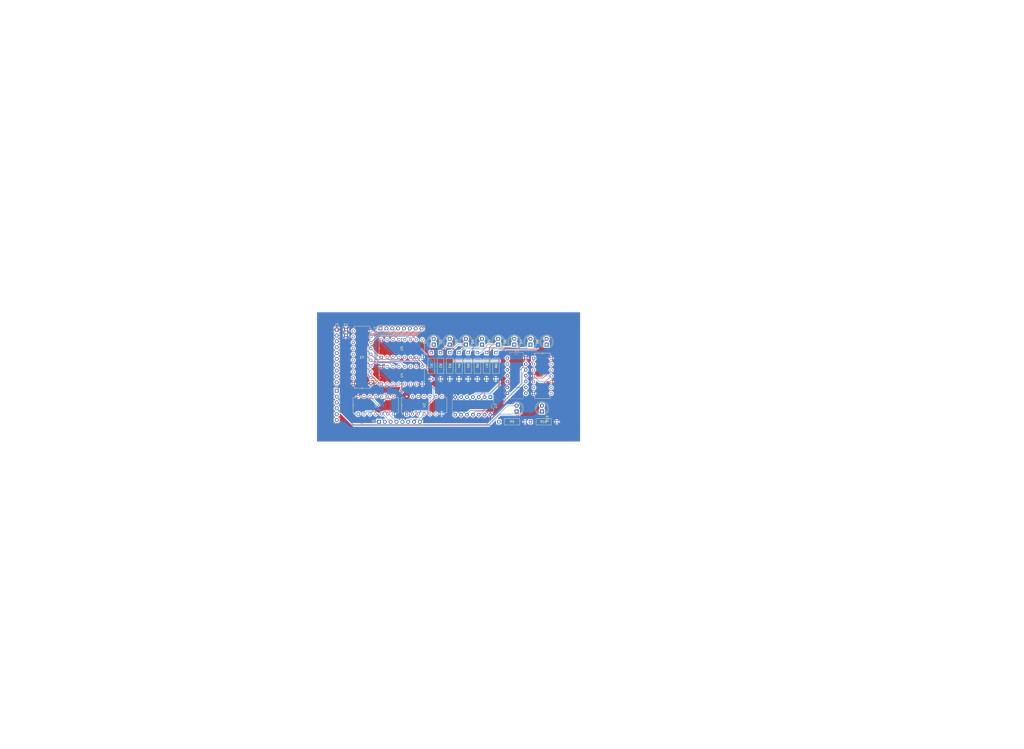
<source format=kicad_pcb>
(kicad_pcb (version 20240108) (generator "pcbnew") (generator_version "8.0")
  (layers (0 "F.Cu" signal) (31 "B.Cu" signal) (34 "B.Paste" user) (35 "F.Paste" user) (36 "B.SilkS" user "B.Silkscreen") (37 "F.SilkS" user "F.Silkscreen") (38 "B.Mask" user) (39 "F.Mask" user) (44 "Edge.Cuts" user))
  (net 0 "")
  (net 1 "GND")
  (net 2 "+5V")
  (net 3 "Net-(D1-K)")
  (net 4 "Net-(D2-K)")
  (net 5 "Net-(D3-K)")
  (net 6 "Net-(D4-K)")
  (net 7 "Net-(D5-K)")
  (net 8 "Net-(D6-K)")
  (net 9 "Net-(D7-K)")
  (net 10 "Net-(D8-K)")
  (net 11 "/Subtract")
  (net 12 "/A5")
  (net 13 "/A4")
  (net 14 "/A7")
  (net 15 "/A1")
  (net 16 "/A3")
  (net 17 "/A2")
  (net 18 "/A0")
  (net 19 "/A6")
  (net 20 "/B1")
  (net 21 "/B0")
  (net 22 "/B4")
  (net 23 "/B6")
  (net 24 "/B2")
  (net 25 "/B3")
  (net 26 "/B7")
  (net 27 "/B5")
  (net 28 "/XOR0")
  (net 29 "/XOR3")
  (net 30 "/XOR1")
  (net 31 "/XOR2")
  (net 32 "/XOR6")
  (net 33 "/XOR5")
  (net 34 "/XOR7")
  (net 35 "/XOR4")
  (net 36 "/S3")
  (net 37 "/S4")
  (net 38 "/S2")
  (net 39 "/S7")
  (net 40 "/S6")
  (net 41 "/S0")
  (net 42 "/S1")
  (net 43 "/S5")
  (net 44 "Net-(U4-COUT)")
  (net 45 "/CARRY")
  (net 46 "Net-(J4-Pin_8)")
  (net 47 "Net-(J4-Pin_4)")
  (net 48 "Net-(J4-Pin_5)")
  (net 49 "Net-(J4-Pin_7)")
  (net 50 "Net-(J4-Pin_6)")
  (net 51 "Net-(J4-Pin_3)")
  (net 52 "Net-(D9-K)")
  (net 53 "Net-(D10-K)")
  (net 54 "/ZERO")
  (net 55 "/~{WRITE}")
  (net 56 "/~{RST}")
  (net 57 "/CLK")
  (net 58 "Net-(J4-Pin_10)")
  (net 59 "Net-(J4-Pin_9)")
  (net 60 "/FlagsRegister/Carry")
  (net 61 "Net-(U6-2Y)")
  (net 63 "/FlagsRegister/all_zero")
  (net 64 "Net-(U6-3B)")
  (net 66 "Net-(U6-2A)")
  (net 70 "Net-(U6-4A)")
  (net 71 "Net-(U6-2B)")
  (net 72 "Net-(U6-4B)")
  (footprint "Capacitor_THT:C_Disc_D5.0mm_W2.5mm_P2.50mm" (layer "F.Cu") (at 84 90 -90)
    (property "Reference" "C1")
    (property "Value" "0.1uF")
  )
  (footprint "Connector_PinHeader_2.54mm:PinHeader_1x10_P2.54mm_Vertical" (layer "F.Cu") (at 80 90)
    (property "Reference" "J4")
    (property "Value" "Conn_01x10_Pin")
  )
  (footprint "Package_DIP:DIP-14_W7.62mm" (layer "F.Cu") (at 146.64 119.3 -90)
    (property "Reference" "U7")
    (property "Value" "~")
  )
  (footprint "_DownloadFootprints:CF_series_Resistors_THT" (layer "F.Cu") (at 129 100 -90)
    (property "Reference" "R3")
    (property "Value" "220")
  )
  (footprint "LED_THT:LED_D5.0mm" (layer "F.Cu") (at 157 96.54 90)
    (property "Reference" "D6")
    (property "Value" "LED")
  )
  (footprint "8BitCPUFootprints:4x_and" (layer "F.Cu") (at 158 110)
    (property "Reference" "U6")
    (property "Value" "~")
  )
  (footprint "_DownloadFootprints:2x_D_FF" (layer "F.Cu") (at 173 117.7)
    (property "Reference" "U8")
    (property "Value" "Dual D FF")
  )
  (footprint "_DownloadFootprints:4bit_full_adder" (layer "F.Cu") (at 117.08 106 90)
    (property "Reference" "U4")
    (property "Value" "CD74HCT283E")
  )
  (footprint "_DownloadFootprints:CF_series_Resistors_THT" (layer "F.Cu") (at 133 100 -90)
    (property "Reference" "R4")
    (property "Value" "220")
  )
  (footprint "_DownloadFootprints:4bit_full_adder" (layer "F.Cu") (at 117.08 94.38 90)
    (property "Reference" "U5")
    (property "Value" "CD74HCT283E")
  )
  (footprint "Connector_PinHeader_2.54mm:PinHeader_1x08_P2.54mm_Vertical" (layer "F.Cu") (at 99 89.5 90)
    (property "Reference" "J2")
    (property "Value" "Conn_01x08_Pin")
  )
  (footprint "_DownloadFootprints:CF_series_Resistors_THT" (layer "F.Cu") (at 145 100 -90)
    (property "Reference" "R7")
    (property "Value" "220")
  )
  (footprint "LED_THT:LED_D5.0mm" (layer "F.Cu") (at 136 96.54 90)
    (property "Reference" "D3")
    (property "Value" "LED")
  )
  (footprint "_DownloadFootprints:CF_series_Resistors_THT" (layer "F.Cu") (at 164 130)
    (property "Reference" "R10")
    (property "Value" "220")
  )
  (footprint "_DownloadFootprints:CF_series_Resistors_THT" (layer "F.Cu") (at 137 100 -90)
    (property "Reference" "R5")
    (property "Value" "220")
  )
  (footprint "_DownloadFootprints:CF_series_Resistors_THT" (layer "F.Cu") (at 125 100 -90)
    (property "Reference" "R2")
    (property "Value" "220")
  )
  (footprint "Connector_PinHeader_2.54mm:PinHeader_1x08_P2.54mm_Vertical" (layer "F.Cu") (at 98.3 130 90)
    (property "Reference" "J3")
    (property "Value" "Conn_01x08_Pin")
  )
  (footprint "LED_THT:LED_D5.0mm" (layer "F.Cu") (at 143 96.54 90)
    (property "Reference" "D4")
    (property "Value" "LED")
  )
  (footprint "_DownloadFootprints:CF_series_Resistors_THT" (layer "F.Cu") (at 149 100 -90)
    (property "Reference" "R8")
    (property "Value" "220")
  )
  (footprint "LED_THT:LED_D5.0mm" (layer "F.Cu") (at 129 96.54 90)
    (property "Reference" "D2")
    (property "Value" "LED")
  )
  (footprint "LED_THT:LED_D5.0mm" (layer "F.Cu") (at 158 125.54 90)
    (property "Reference" "D9")
    (property "Value" "LED")
  )
  (footprint "_DownloadFootprints:8x_tristate_transceiver" (layer "F.Cu") (at 87.19 90.57 180)
    (property "Reference" "U3")
    (property "Value" "SN74HCT245N")
  )
  (footprint "_DownloadFootprints:4x_xor" (layer "F.Cu") (at 125.54 119 90)
    (property "Reference" "U2")
    (property "Value" "SN74F86N")
  )
  (footprint "_DownloadFootprints:CF_series_Resistors_THT" (layer "F.Cu") (at 150.285 130)
    (property "Reference" "R9")
    (property "Value" "220")
  )
  (footprint "LED_THT:LED_D5.0mm" (layer "F.Cu") (at 171 96.54 90)
    (property "Reference" "D8")
    (property "Value" "LED")
  )
  (footprint "LED_THT:LED_D5.0mm" (layer "F.Cu") (at 122.0505 96.54 90)
    (property "Reference" "D1")
    (property "Value" "LED")
  )
  (footprint "_DownloadFootprints:CF_series_Resistors_THT" (layer "F.Cu") (at 141 100 -90)
    (property "Reference" "R6")
    (property "Value" "220")
  )
  (footprint "_DownloadFootprints:CF_series_Resistors_THT" (layer "F.Cu") (at 121 100 -90)
    (property "Reference" "R1")
    (property "Value" "220")
  )
  (footprint "LED_THT:LED_D5.0mm" (layer "F.Cu") (at 169 125.54 90)
    (property "Reference" "D10")
    (property "Value" "LED")
  )
  (footprint "_DownloadFootprints:4x_xor" (layer "F.Cu") (at 104.54 119 90)
    (property "Reference" "U1")
    (property "Value" "SN74F86N")
  )
  (footprint "LED_THT:LED_D5.0mm" (layer "F.Cu") (at 164 96.54 90)
    (property "Reference" "D7")
    (property "Value" "LED")
  )
  (footprint "Connector_PinHeader_2.54mm:PinHeader_1x06_P2.54mm_Vertical" (layer "F.Cu") (at 80 116.53)
    (property "Reference" "J1")
    (property "Value" "Conn_01x06_Pin")
  )
  (footprint "LED_THT:LED_D5.0mm" (layer "F.Cu") (at 150 96.54 90)
    (property "Reference" "D5")
    (property "Value" "LED")
  )
  (gr_rect (start 71 82) (end 186 139) (stroke (width 0.05)) (fill none) (layer "Edge.Cuts"))
  (segment (start 121 111.43) (end 125 111.43) (width 0.2) (layer "F.Cu") (net 1))
  (segment (start 99.3 106) (end 99.3 110.7) (width 0.2) (layer "F.Cu") (net 2))
  (segment (start 107.3 116) (end 106.3 115) (width 0.2) (layer "F.Cu") (net 2))
  (segment (start 96.68 97) (end 95.7523 97) (width 0.2) (layer "F.Cu") (net 2))
  (segment (start 99.3 110.7) (end 99 111) (width 0.2) (layer "F.Cu") (net 2))
  (segment (start 99.3 94.38) (end 96.68 97) (width 0.2) (layer "F.Cu") (net 2))
  (segment (start 96.38 115) (end 94.81 113.43) (width 0.2) (layer "F.Cu") (net 2))
  (segment (start 106.3 115) (end 96.38 115) (width 0.2) (layer "F.Cu") (net 2))
  (via (at 95.7523 97) (size 0.6) (drill 0.3) (layers "F.Cu" "B.Cu") (net 2))
  (via (at 99 111) (size 0.6) (drill 0.3) (layers "F.Cu" "B.Cu") (net 2))
  (via (at 107.3 116) (size 0.6) (drill 0.3) (layers "F.Cu" "B.Cu") (net 2))
  (segment (start 93.8623 97.797449) (end 93.8623 112.4823) (width 0.2) (layer "B.Cu") (net 2))
  (segment (start 165.38 110.08) (end 167.92 112.62) (width 0.2) (layer "B.Cu") (net 2))
  (segment (start 99 111) (end 96.57 113.43) (width 0.2) (layer "B.Cu") (net 2))
  (segment (start 95.7523 97) (end 94.659749 97) (width 0.2) (layer "B.Cu") (net 2))
  (segment (start 94.659749 97) (end 93.8623 97.797449) (width 0.2) (layer "B.Cu") (net 2))
  (segment (start 167.92 112.62) (end 173 112.62) (width 0.2) (layer "B.Cu") (net 2))
  (segment (start 107.3 116) (end 110.3 119) (width 0.2) (layer "B.Cu") (net 2))
  (segment (start 96.57 113.43) (end 94.81 113.43) (width 0.2) (layer "B.Cu") (net 2))
  (segment (start 93.8623 112.4823) (end 94.81 113.43) (width 0.2) (layer "B.Cu") (net 2))
  (segment (start 121 100) (end 121 99) (width 0.2) (layer "B.Cu") (net 3))
  (segment (start 121 99) (end 122.0505 97.9495) (width 0.2) (layer "B.Cu") (net 3))
  (segment (start 122.0505 97.9495) (end 122.0505 96.54) (width 0.2) (layer "B.Cu") (net 3))
  (segment (start 125 100) (end 128.46 96.54) (width 0.2) (layer "B.Cu") (net 4))
  (segment (start 128.46 96.54) (end 129 96.54) (width 0.2) (layer "B.Cu") (net 4))
  (segment (start 132.46 96.54) (end 136 96.54) (width 0.2) (layer "B.Cu") (net 5))
  (segment (start 129 100) (end 132.46 96.54) (width 0.2) (layer "B.Cu") (net 5))
  (segment (start 135 98) (end 141.54 98) (width 0.2) (layer "B.Cu") (net 6))
  (segment (start 133 100) (end 135 98) (width 0.2) (layer "B.Cu") (net 6))
  (segment (start 141.54 98) (end 143 96.54) (width 0.2) (layer "B.Cu") (net 6))
  (segment (start 145.399999 96.54) (end 150 96.54) (width 0.2) (layer "B.Cu") (net 7))
  (segment (start 143.539999 98.4) (end 145.399999 96.54) (width 0.2) (layer "B.Cu") (net 7))
  (segment (start 137 100) (end 138.6 98.4) (width 0.2) (layer "B.Cu") (net 7))
  (segment (start 138.6 98.4) (end 143.539999 98.4) (width 0.2) (layer "B.Cu") (net 7))
  (segment (start 142.505685 100) (end 144.765685 97.74) (width 0.2) (layer "B.Cu") (net 8))
  (segment (start 144.765685 97.74) (end 155.8 97.74) (width 0.2) (layer "B.Cu") (net 8))
  (segment (start 155.8 97.74) (end 157 96.54) (width 0.2) (layer "B.Cu") (net 8))
  (segment (start 141 100) (end 142.505685 100) (width 0.2) (layer "B.Cu") (net 8))
  (segment (start 145 100) (end 146.86 98.14) (width 0.2) (layer "B.Cu") (net 9))
  (segment (start 162.4 98.14) (end 164 96.54) (width 0.2) (layer "B.Cu") (net 9))
  (segment (start 146.86 98.14) (end 162.4 98.14) (width 0.2) (layer "B.Cu") (net 9))
  (segment (start 149 100) (end 150.46 98.54) (width 0.2) (layer "B.Cu") (net 10))
  (segment (start 150.46 98.54) (end 169 98.54) (width 0.2) (layer "B.Cu") (net 10))
  (segment (start 169 98.54) (end 171 96.54) (width 0.2) (layer "B.Cu") (net 10))
  (segment (start 112.84 119) (end 114 117.84) (width 0.2) (layer "F.Cu") (net 11))
  (segment (start 114 114.16) (end 114.54 113.62) (width 0.2) (layer "F.Cu") (net 11))
  (segment (start 92.7877 119.9477) (end 98.5123 119.9477) (width 0.2) (layer "F.Cu") (net 11))
  (segment (start 112.84 126.62) (end 112.84 119) (width 0.2) (layer "F.Cu") (net 11))
  (segment (start 89.84 121) (end 81.93 121) (width 0.2) (layer "F.Cu") (net 11))
  (segment (start 91.84 119) (end 92.7877 119.9477) (width 0.2) (layer "F.Cu") (net 11))
  (segment (start 99.46 126.62) (end 100.4077 125.6723) (width 0.2) (layer "F.Cu") (net 11))
  (segment (start 91.84 119) (end 89.84 121) (width 0.2) (layer "F.Cu") (net 11))
  (segment (start 100.4077 125.6723) (end 111.8923 125.6723) (width 0.2) (layer "F.Cu") (net 11))
  (segment (start 114 117.84) (end 114 114.16) (width 0.2) (layer "F.Cu") (net 11))
  (segment (start 91.84 126.62) (end 91.84 119) (width 0.2) (layer "F.Cu") (net 11))
  (segment (start 98.5123 119.9477) (end 99.46 119) (width 0.2) (layer "F.Cu") (net 11))
  (segment (start 111.8923 125.6723) (end 112.84 126.62) (width 0.2) (layer "F.Cu") (net 11))
  (segment (start 81.93 121) (end 80 119.07) (width 0.2) (layer "F.Cu") (net 11))
  (segment (start 92.7877 125.6723) (end 98.5123 125.6723) (width 0.2) (layer "B.Cu") (net 11))
  (segment (start 120.46 126.62) (end 120.46 119) (width 0.2) (layer "B.Cu") (net 11))
  (segment (start 91.84 126.62) (end 92.7877 125.6723) (width 0.2) (layer "B.Cu") (net 11))
  (segment (start 112.84 126.62) (end 113.7877 125.6723) (width 0.2) (layer "B.Cu") (net 11))
  (segment (start 98.5123 125.6723) (end 99.46 126.62) (width 0.2) (layer "B.Cu") (net 11))
  (segment (start 119.5123 125.6723) (end 120.46 126.62) (width 0.2) (layer "B.Cu") (net 11))
  (segment (start 113.7877 125.6723) (end 119.5123 125.6723) (width 0.2) (layer "B.Cu") (net 11))
  (segment (start 98.3523 94.772551) (end 104.38 100.800251) (width 0.2) (layer "B.Cu") (net 12))
  (segment (start 109.02 92.6) (end 98.899749 92.6) (width 0.2) (layer "B.Cu") (net 12))
  (segment (start 111.7 89.92) (end 109.02 92.6) (width 0.2) (layer "B.Cu") (net 12))
  (segment (start 111.7 89.5) (end 111.7 89.92) (width 0.2) (layer "B.Cu") (net 12))
  (segment (start 98.3523 93.147449) (end 98.3523 94.772551) (width 0.2) (layer "B.Cu") (net 12))
  (segment (start 104.38 100.800251) (end 104.38 102) (width 0.2) (layer "B.Cu") (net 12))
  (segment (start 98.899749 92.6) (end 98.3523 93.147449) (width 0.2) (layer "B.Cu") (net 12))
  (segment (start 97.9523 92.981763) (end 97.9523 94.938237) (width 0.2) (layer "B.Cu") (net 13))
  (segment (start 109.16 89.92) (end 106.88 92.2) (width 0.2) (layer "B.Cu") (net 13))
  (segment (start 106.88 92.2) (end 98.734063 92.2) (width 0.2) (layer "B.Cu") (net 13))
  (segment (start 103 99.985937) (end 103 101.960251) (width 0.2) (layer "B.Cu") (net 13))
  (segment (start 108.46 103) (end 109.46 102) (width 0.2) (layer "B.Cu") (net 13))
  (segment (start 109.16 89.5) (end 109.16 89.92) (width 0.2) (layer "B.Cu") (net 13))
  (segment (start 104.039749 103) (end 108.46 103) (width 0.2) (layer "B.Cu") (net 13))
  (segment (start 98.734063 92.2) (end 97.9523 92.981763) (width 0.2) (layer "B.Cu") (net 13))
  (segment (start 103 101.960251) (end 104.039749 103) (width 0.2) (layer "B.Cu") (net 13))
  (segment (start 97.9523 94.938237) (end 103 99.985937) (width 0.2) (layer "B.Cu") (net 13))
  (segment (start 116.78 89.92) (end 113.3 93.4) (width 0.2) (layer "B.Cu") (net 14))
  (segment (start 110.44 93.4) (end 109.46 94.38) (width 0.2) (layer "B.Cu") (net 14))
  (segment (start 116.78 89.5) (end 116.78 89.92) (width 0.2) (layer "B.Cu") (net 14))
  (segment (start 113.3 93.4) (end 110.44 93.4) (width 0.2) (layer "B.Cu") (net 14))
  (segment (start 100.04 91) (end 98.237005 91) (width 0.2) (layer "B.Cu") (net 15))
  (segment (start 96.7523 106.3723) (end 104 113.62) (width 0.2) (layer "B.Cu") (net 15))
  (segment (start 98.237005 91) (end 96.7523 92.484705) (width 0.2) (layer "B.Cu") (net 15))
  (segment (start 104 113.62) (end 104.38 113.62) (width 0.2) (layer "B.Cu") (net 15))
  (segment (start 101.54 89.5) (end 100.04 91) (width 0.2) (layer "B.Cu") (net 15))
  (segment (start 96.7523 92.484705) (end 96.7523 106.3723) (width 0.2) (layer "B.Cu") (net 15))
  (segment (start 98.568377 91.8) (end 97.5523 92.816077) (width 0.2) (layer "B.Cu") (net 16))
  (segment (start 107.46 104) (end 109.46 106) (width 0.2) (layer "B.Cu") (net 16))
  (segment (start 106.04 89.5) (end 103.74 91.8) (width 0.2) (layer "B.Cu") (net 16))
  (segment (start 98.5646 104) (end 107.46 104) (width 0.2) (layer "B.Cu") (net 16))
  (segment (start 97.5523 92.816077) (end 97.5523 102.9877) (width 0.2) (layer "B.Cu") (net 16))
  (segment (start 103.74 91.8) (end 98.568377 91.8) (width 0.2) (layer "B.Cu") (net 16))
  (segment (start 97.5523 102.9877) (end 98.5646 104) (width 0.2) (layer "B.Cu") (net 16))
  (segment (start 106.62 89.5) (end 106.04 89.5) (width 0.2) (layer "B.Cu") (net 16))
  (segment (start 97.1523 92.650391) (end 97.1523 103.153386) (width 0.2) (layer "B.Cu") (net 17))
  (segment (start 98.398914 104.4) (end 102.78 104.4) (width 0.2) (layer "B.Cu") (net 17))
  (segment (start 102.78 104.4) (end 104.38 106) (width 0.2) (layer "B.Cu") (net 17))
  (segment (start 101.6 91.4) (end 98.402691 91.4) (width 0.2) (layer "B.Cu") (net 17))
  (segment (start 104.08 89.5) (end 103.5 89.5) (width 0.2) (layer "B.Cu") (net 17))
  (segment (start 98.402691 91.4) (end 97.1523 92.650391) (width 0.2) (layer "B.Cu") (net 17))
  (segment (start 97.1523 103.153386) (end 98.398914 104.4) (width 0.2) (layer "B.Cu") (net 17))
  (segment (start 103.5 89.5) (end 101.6 91.4) (width 0.2) (layer "B.Cu") (net 17))
  (segment (start 98.42 89.5) (end 96.3523 91.5677) (width 0.2) (layer "B.Cu") (net 18))
  (segment (start 108.08 115) (end 109.46 113.62) (width 0.2) (layer "B.Cu") (net 18))
  (segment (start 104.039749 115) (end 108.08 115) (width 0.2) (layer "B.Cu") (net 18))
  (segment (start 99 89.5) (end 98.42 89.5) (width 0.2) (layer "B.Cu") (net 18))
  (segment (start 96.3523 106.537986) (end 103.0523 113.237986) (width 0.2) (layer "B.Cu") (net 18))
  (segment (start 96.3523 91.5677) (end 96.3523 106.537986) (width 0.2) (layer "B.Cu") (net 18))
  (segment (start 103.0523 114.012551) (end 104.039749 115) (width 0.2) (layer "B.Cu") (net 18))
  (segment (start 103.0523 113.237986) (end 103.0523 114.012551) (width 0.2) (layer "B.Cu") (net 18))
  (segment (start 114.24 89.76) (end 111 93) (width 0.2) (layer "B.Cu") (net 19))
  (segment (start 111 93) (end 105.76 93) (width 0.2) (layer "B.Cu") (net 19))
  (segment (start 114.24 89.5) (end 114.24 89.76) (width 0.2) (layer "B.Cu") (net 19))
  (segment (start 105.76 93) (end 104.38 94.38) (width 0.2) (layer "B.Cu") (net 19))
  (segment (start 100.84 130) (end 97.46 126.62) (width 0.2) (layer "F.Cu") (net 20))
  (segment (start 97.46 126.62) (end 96.92 126.62) (width 0.2) (layer "F.Cu") (net 20))
  (segment (start 98.3 130) (end 92.68 130) (width 0.2) (layer "F.Cu") (net 21))
  (segment (start 92.68 130) (end 89.3 126.62) (width 0.2) (layer "F.Cu") (net 21))
  (segment (start 108.46 130) (end 108.46 128.46) (width 0.2) (layer "F.Cu") (net 22))
  (segment (start 108.46 128.46) (end 110.3 126.62) (width 0.2) (layer "F.Cu") (net 22))
  (segment (start 114.39 119.99) (end 115.38 119) (width 0.2) (layer "F.Cu") (net 23))
  (segment (start 113.54 130) (end 114.39 129.15) (width 0.2) (layer "F.Cu") (net 23))
  (segment (start 114.39 129.15) (end 114.39 119.99) (width 0.2) (layer "F.Cu") (net 23))
  (segment (start 100.4077 125.0277) (end 94.38 119) (width 0.2) (layer "B.Cu") (net 24))
  (segment (start 103.38 130) (end 100.4077 127.0277) (width 0.2) (layer "B.Cu") (net 24))
  (segment (start 100.4077 127.0277) (end 100.4077 125.0277) (width 0.2) (layer "B.Cu") (net 24))
  (segment (start 103 120) (end 102 119) (width 0.2) (layer "B.Cu") (net 25))
  (segment (start 105.92 130) (end 103 127.08) (width 0.2) (layer "B.Cu") (net 25))
  (segment (start 103 127.08) (end 103 120) (width 0.2) (layer "B.Cu") (net 25))
  (segment (start 119.5123 122.4877) (end 123 119) (width 0.2) (layer "F.Cu") (net 26))
  (segment (start 119.5123 126.5677) (end 119.5123 122.4877) (width 0.2) (layer "F.Cu") (net 26))
  (segment (start 116.08 130) (end 119.5123 126.5677) (width 0.2) (layer "F.Cu") (net 26))
  (segment (start 112.15 128.85) (end 115.69 128.85) (width 0.2) (layer "B.Cu") (net 27))
  (segment (start 111 130) (end 112.15 128.85) (width 0.2) (layer "B.Cu") (net 27))
  (segment (start 115.69 128.85) (end 117.92 126.62) (width 0.2) (layer "B.Cu") (net 27))
  (segment (start 94.38 126.62) (end 101 120) (width 0.2) (layer "F.Cu") (net 28))
  (segment (start 105.62 120) (end 112 113.62) (width 0.2) (layer "F.Cu") (net 28))
  (segment (start 101 120) (end 105.62 120) (width 0.2) (layer "F.Cu") (net 28))
  (segment (start 104.54 119) (end 106 119) (width 0.2) (layer "F.Cu") (net 29))
  (segment (start 108.4 109.6) (end 112 106) (width 0.2) (layer "F.Cu") (net 29))
  (segment (start 108.4 116.6) (end 108.4 109.6) (width 0.2) (layer "F.Cu") (net 29))
  (segment (start 106 119) (end 108.4 116.6) (width 0.2) (layer "F.Cu") (net 29))
  (segment (start 101.0523 125.6723) (end 101.0523 114.4077) (width 0.2) (layer "B.Cu") (net 30))
  (segment (start 101.0523 114.4077) (end 101.84 113.62) (width 0.2) (layer "B.Cu") (net 30))
  (segment (start 102 126.62) (end 101.0523 125.6723) (width 0.2) (layer "B.Cu") (net 30))
  (segment (start 102.84 107) (end 101.84 106) (width 0.2) (layer "F.Cu") (net 31))
  (segment (start 108 116.434314) (end 108 108.279749) (width 0.2) (layer "F.Cu") (net 31))
  (segment (start 106.720251 107) (end 102.84 107) (width 0.2) (layer "F.Cu") (net 31))
  (segment (start 96.92 119) (end 97.92 118) (width 0.2) (layer "F.Cu") (net 31))
  (segment (start 97.92 118) (end 106.434314 118) (width 0.2) (layer "F.Cu") (net 31))
  (segment (start 108 108.279749) (end 106.720251 107) (width 0.2) (layer "F.Cu") (net 31))
  (segment (start 106.434314 118) (end 108 116.434314) (width 0.2) (layer "F.Cu") (net 31))
  (segment (start 117.92 116.354314) (end 116 114.434314) (width 0.2) (layer "F.Cu") (net 32))
  (segment (start 107.3277 95.3277) (end 102.7877 95.3277) (width 0.2) (layer "F.Cu") (net 32))
  (segment (start 116 104.800251) (end 113.5923 102.392551) (width 0.2) (layer "F.Cu") (net 32))
  (segment (start 117.92 119) (end 117.92 116.354314) (width 0.2) (layer "F.Cu") (net 32))
  (segment (start 113.5923 101.5923) (end 107.3277 95.3277) (width 0.2) (layer "F.Cu") (net 32))
  (segment (start 116 114.434314) (end 116 104.800251) (width 0.2) (layer "F.Cu") (net 32))
  (segment (start 102.7877 95.3277) (end 101.84 94.38) (width 0.2) (layer "F.Cu") (net 32))
  (segment (start 113.5923 102.392551) (end 113.5923 101.5923) (width 0.2) (layer "F.Cu") (net 32))
  (segment (start 122 125.62) (end 122 109.579749) (width 0.2) (layer "B.Cu") (net 33))
  (segment (start 103.24 103.4) (end 101.84 102) (width 0.2) (layer "B.Cu") (net 33))
  (segment (start 115.820251 103.4) (end 103.24 103.4) (width 0.2) (layer "B.Cu") (net 33))
  (segment (start 122 109.579749) (end 115.820251 103.4) (width 0.2) (layer "B.Cu") (net 33))
  (segment (start 123 126.62) (end 122 125.62) (width 0.2) (layer "B.Cu") (net 33))
  (segment (start 125.54 119) (end 119 112.46) (width 0.2) (layer "F.Cu") (net 34))
  (segment (start 119 101.38) (end 112 94.38) (width 0.2) (layer "F.Cu") (net 34))
  (segment (start 119 112.46) (end 119 101.38) (width 0.2) (layer "F.Cu") (net 34))
  (segment (start 115.6 114.6) (end 115.6 105.6) (width 0.2) (layer "F.Cu") (net 35))
  (segment (start 116.3277 115.3277) (end 115.6 114.6) (width 0.2) (layer "F.Cu") (net 35))
  (segment (start 115.6 105.6) (end 112 102) (width 0.2) (layer "F.Cu") (net 35))
  (segment (start 116.3277 125.6723) (end 116.3277 115.3277) (width 0.2) (layer "F.Cu") (net 35))
  (segment (start 115.38 126.62) (end 116.3277 125.6723) (width 0.2) (layer "F.Cu") (net 35))
  (segment (start 95.368237 89.2223) (end 97.108237 90.9623) (width 0.2) (layer "F.Cu") (net 36))
  (segment (start 112.4577 103.9177) (end 114.54 106) (width 0.2) (layer "F.Cu") (net 36))
  (segment (start 146.9623 90.9623) (end 150 94) (width 0.2) (layer "F.Cu") (net 36))
  (segment (start 97.108237 90.9623) (end 146.9623 90.9623) (width 0.2) (layer "F.Cu") (net 36))
  (segment (start 92.6623 101.1223) (end 92.6623 90.811764) (width 0.2) (layer "F.Cu") (net 36))
  (segment (start 94.251764 89.2223) (end 95.368237 89.2223) (width 0.2) (layer "F.Cu") (net 36))
  (segment (start 150 94) (end 146.14 97.86) (width 0.2) (layer "F.Cu") (net 36))
  (segment (start 92.6623 90.811764) (end 94.251764 89.2223) (width 0.2) (layer "F.Cu") (net 36))
  (segment (start 146.14 97.86) (end 146.14 114.4) (width 0.2) (layer "F.Cu") (net 36))
  (segment (start 95.4577 103.9177) (end 112.4577 103.9177) (width 0.2) (layer "F.Cu") (net 36))
  (segment (start 94.81 103.27) (end 92.6623 101.1223) (width 0.2) (layer "F.Cu") (net 36))
  (segment (start 94.81 103.27) (end 95.4577 103.9177) (width 0.2) (layer "F.Cu") (net 36))
  (segment (start 146.14 114.4) (end 141.54 119) (width 0.2) (layer "F.Cu") (net 36))
  (segment (start 96.942551 91.3623) (end 140.3623 91.3623) (width 0.2) (layer "F.Cu") (net 37))
  (segment (start 93.0623 98.9823) (end 93.0623 90.977449) (width 0.2) (layer "F.Cu") (net 37))
  (segment (start 140.3623 91.3623) (end 143 94) (width 0.2) (layer "F.Cu") (net 37))
  (segment (start 105.9723 102.9477) (end 106.92 102) (width 0.2) (layer "F.Cu") (net 37))
  (segment (start 94.81 100.73) (end 97.0277 102.9477) (width 0.2) (layer "F.Cu") (net 37))
  (segment (start 95.202551 89.6223) (end 96.942551 91.3623) (width 0.2) (layer "F.Cu") (net 37))
  (segment (start 143 94) (end 139 98) (width 0.2) (layer "F.Cu") (net 37))
  (segment (start 94.417449 89.6223) (end 95.202551 89.6223) (width 0.2) (layer "F.Cu") (net 37))
  (segment (start 97.0277 102.9477) (end 105.9723 102.9477) (width 0.2) (layer "F.Cu") (net 37))
  (segment (start 139 98) (end 139 116.46) (width 0.2) (layer "F.Cu") (net 37))
  (segment (start 94.019875 90.019875) (end 94.417449 89.6223) (width 0.2) (layer "F.Cu") (net 37))
  (segment (start 139 116.46) (end 136.46 119) (width 0.2) (layer "F.Cu") (net 37))
  (segment (start 94.81 100.73) (end 93.0623 98.9823) (width 0.2) (layer "F.Cu") (net 37))
  (segment (start 93.0623 90.977449) (end 94.019875 90.019875) (width 0.2) (layer "F.Cu") (net 37))
  (segment (start 144.08 117.025686) (end 144.08 119) (width 0.2) (layer "F.Cu") (net 38))
  (segment (start 94.81 105.81) (end 96.22 104.4) (width 0.2) (layer "F.Cu") (net 38))
  (segment (start 146.54 114.565686) (end 144.08 117.025686) (width 0.2) (layer "F.Cu") (net 38))
  (segment (start 117.256346 88.35) (end 119.468646 90.5623) (width 0.2) (layer "F.Cu") (net 38))
  (segment (start 153.5623 90.5623) (end 157 94) (width 0.2) (layer "F.Cu") (net 38))
  (segment (start 105.32 104.4) (end 106.92 106) (width 0.2) (layer "F.Cu") (net 38))
  (segment (start 155 94) (end 151.26 97.74) (width 0.2) (layer "F.Cu") (net 38))
  (segment (start 157 94) (end 155 94) (width 0.2) (layer "F.Cu") (net 38))
  (segment (start 151.26 97.74) (end 148.26 97.74) (width 0.2) (layer "F.Cu") (net 38))
  (segment (start 119.468646 90.5623) (end 153.5623 90.5623) (width 0.2) (layer "F.Cu") (net 38))
  (segment (start 146.54 99.46) (end 146.54 114.565686) (width 0.2) (layer "F.Cu") (net 38))
  (segment (start 94.558378 88.35) (end 117.256346 88.35) (width 0.2) (layer "F.Cu") (net 38))
  (segment (start 96.22 104.4) (end 105.32 104.4) (width 0.2) (layer "F.Cu") (net 38))
  (segment (start 94.81 105.81) (end 92.2623 103.2623) (width 0.2) (layer "F.Cu") (net 38))
  (segment (start 92.2623 90.646078) (end 94.558378 88.35) (width 0.2) (layer "F.Cu") (net 38))
  (segment (start 148.26 97.74) (end 146.54 99.46) (width 0.2) (layer "F.Cu") (net 38))
  (segment (start 92.2623 103.2623) (end 92.2623 90.646078) (width 0.2) (layer "F.Cu") (net 38))
  (segment (start 113.08 92.92) (end 114.54 94.38) (width 0.2) (layer "F.Cu") (net 39))
  (segment (start 131.38 126.62) (end 130.28 125.52) (width 0.2) (layer "F.Cu") (net 39))
  (segment (start 129.894314 98) (end 126.0505 98) (width 0.2) (layer "F.Cu") (net 39))
  (segment (start 112.76 92.6) (end 120.6505 92.6) (width 0.2) (layer "F.Cu") (net 39))
  (segment (start 95.32 92.6) (end 112.76 92.6) (width 0.2) (layer "F.Cu") (net 39))
  (segment (start 120.6505 92.6) (end 122.0505 94) (width 0.2) (layer "F.Cu") (net 39))
  (segment (start 126.0505 98) (end 122.0505 94) (width 0.2) (layer "F.Cu") (net 39))
  (segment (start 130.28 118.52) (end 131.2 117.6) (width 0.2) (layer "F.Cu") (net 39))
  (segment (start 94.81 93.11) (end 95.32 92.6) (width 0.2) (layer "F.Cu") (net 39))
  (segment (start 131.2 99.305686) (end 129.894314 98) (width 0.2) (layer "F.Cu") (net 39))
  (segment (start 131.2 117.6) (end 131.2 99.305686) (width 0.2) (layer "F.Cu") (net 39))
  (segment (start 130.28 125.52) (end 130.28 118.52) (width 0.2) (layer "F.Cu") (net 39))
  (segment (start 112.76 92.6) (end 113.08 92.92) (width 0.2) (layer "F.Cu") (net 39))
  (segment (start 131.6 99.14) (end 131.6 117.6) (width 0.2) (layer "F.Cu") (net 40))
  (segment (start 132.6 125.3) (end 133.92 126.62) (width 0.2) (layer "F.Cu") (net 40))
  (segment (start 131.6 117.6) (end 132.6 118.6) (width 0.2) (layer "F.Cu") (net 40))
  (segment (start 97.46 93) (end 105.54 93) (width 0.2) (layer "F.Cu") (net 40))
  (segment (start 93.8623 94.7023) (end 93.8623 92.717449) (width 0.2) (layer "F.Cu") (net 40))
  (segment (start 127.1623 92.1623) (end 129 94) (width 0.2) (layer "F.Cu") (net 40))
  (segment (start 94.81 95.65) (end 97.46 93) (width 0.2) (layer "F.Cu") (net 40))
  (segment (start 130.2 97.74) (end 131.6 99.14) (width 0.2) (layer "F.Cu") (net 40))
  (segment (start 132.6 118.6) (end 132.6 125.3) (width 0.2) (layer "F.Cu") (net 40))
  (segment (start 105.54 93) (end 106.92 94.38) (width 0.2) (layer "F.Cu") (net 40))
  (segment (start 129 94) (end 130.2 95.2) (width 0.2) (layer "F.Cu") (net 40))
  (segment (start 97.46 93) (end 94.809999 95.65) (width 0.2) (layer "F.Cu") (net 40))
  (segment (start 93.8623 92.717449) (end 94.417449 92.1623) (width 0.2) (layer "F.Cu") (net 40))
  (segment (start 94.417449 92.1623) (end 127.1623 92.1623) (width 0.2) (layer "F.Cu") (net 40))
  (segment (start 130.2 95.2) (end 130.2 97.74) (width 0.2) (layer "F.Cu") (net 40))
  (segment (start 94.809999 95.65) (end 93.8623 94.7023) (width 0.2) (layer "F.Cu") (net 40))
  (segment (start 153.165686 98.4) (end 150.6 100.965686) (width 0.2) (layer "F.Cu") (net 41))
  (segment (start 94.227006 87.55) (end 164.55 87.55) (width 0.2) (layer "F.Cu") (net 41))
  (segment (start 105.9723 114.5677) (end 106.92 113.62) (width 0.2) (layer "F.Cu") (net 41))
  (segment (start 97 112.265686) (end 97 113.5954) (width 0.2) (layer "F.Cu") (net 41))
  (segment (start 150.6 100.965686) (end 150.6 118.5) (width 0.2) (layer "F.Cu") (net 41))
  (segment (start 94.81 110.89) (end 95.624314 110.89) (width 0.2) (layer "F.Cu") (net 41))
  (segment (start 95.624314 110.89) (end 97 112.265686) (width 0.2) (layer "F.Cu") (net 41))
  (segment (start 91.4623 107.5423) (end 91.4623 90.314706) (width 0.2) (layer "F.Cu") (net 41))
  (segment (start 171 94) (end 166.6 98.4) (width 0.2) (layer "F.Cu") (net 41))
  (segment (start 150.6 118.5) (end 142.48 126.62) (width 0.2) (layer "F.Cu") (net 41))
  (segment (start 94.81 110.89) (end 91.4623 107.5423) (width 0.2) (layer "F.Cu") (net 41))
  (segment (start 166.6 98.4) (end 153.165686 98.4) (width 0.2) (layer "F.Cu") (net 41))
  (segment (start 164.55 87.55) (end 171 94) (width 0.2) (layer "F.Cu") (net 41))
  (segment (start 142.48 126.62) (end 141.54 126.62) (width 0.2) (layer "F.Cu") (net 41))
  (segment (start 97 113.5954) (end 97.9723 114.5677) (width 0.2) (layer "F.Cu") (net 41))
  (segment (start 91.4623 90.314706) (end 94.227006 87.55) (width 0.2) (layer "F.Cu") (net 41))
  (segment (start 97.9723 114.5677) (end 105.9723 114.5677) (width 0.2) (layer "F.Cu") (net 41))
  (segment (start 153 98) (end 150.2 100.8) (width 0.2) (layer "F.Cu") (net 42))
  (segment (start 164 94) (end 163 94) (width 0.2) (layer "F.Cu") (net 42))
  (segment (start 160.1623 90.1623) (end 164 94) (width 0.2) (layer "F.Cu") (net 42))
  (segment (start 117.422032 87.95) (end 119.634332 90.1623) (width 0.2) (layer "F.Cu") (net 42))
  (segment (start 119.634332 90.1623) (end 160.1623 90.1623) (width 0.2) (layer "F.Cu") (net 42))
  (segment (start 91.8623 90.480392) (end 94.392692 87.95) (width 0.2) (layer "F.Cu") (net 42))
  (segment (start 94.392692 87.95) (end 117.422032 87.95) (width 0.2) (layer "F.Cu") (net 42))
  (segment (start 143.134314 125.4) (end 140.22 125.4) (width 0.2) (layer "F.Cu") (net 42))
  (segment (start 94.81 109.51) (end 98.92 113.62) (width 0.2) (layer "F.Cu") (net 42))
  (segment (start 163 94) (end 159 98) (width 0.2) (layer "F.Cu") (net 42))
  (segment (start 159 98) (end 153 98) (width 0.2) (layer "F.Cu") (net 42))
  (segment (start 94.81 108.35) (end 91.8623 105.4023) (width 0.2) (layer "F.Cu") (net 42))
  (segment (start 91.8623 105.4023) (end 91.8623 90.480392) (width 0.2) (layer "F.Cu") (net 42))
  (segment (start 94.81 108.35) (end 94.81 109.51) (width 0.2) (layer "F.Cu") (net 42))
  (segment (start 140.22 125.4) (end 139 126.62) (width 0.2) (layer "F.Cu") (net 42))
  (segment (start 150.2 100.8) (end 150.2 118.334314) (width 0.2) (layer "F.Cu") (net 42))
  (segment (start 150.2 118.334314) (end 143.134314 125.4) (width 0.2) (layer "F.Cu") (net 42))
  (segment (start 93.4623 92.4) (end 94.1 91.7623) (width 0.2) (layer "F.Cu") (net 43))
  (segment (start 94.1 91.7623) (end 133.7623 91.7623) (width 0.2) (layer "F.Cu") (net 43))
  (segment (start 93.4623 96.8423) (end 93.4623 92.4) (width 0.2) (layer "F.Cu") (net 43))
  (segment (start 134.7 118.22) (end 133.92 119) (width 0.2) (layer "F.Cu") (net 43))
  (segment (start 133.7623 91.7623) (end 136 94) (width 0.2) (layer "F.Cu") (net 43))
  (segment (start 94.81 98.19) (end 98.62 102) (width 0.2) (layer "F.Cu") (net 43))
  (segment (start 94.81 98.19) (end 93.4623 96.8423) (width 0.2) (layer "F.Cu") (net 43))
  (segment (start 134.7 95.3) (end 134.7 118.22) (width 0.2) (layer "F.Cu") (net 43))
  (segment (start 98.62 102) (end 99.3 102) (width 0.2) (layer "F.Cu") (net 43))
  (segment (start 136 94) (end 134.7 95.3) (width 0.2) (layer "F.Cu") (net 43))
  (segment (start 117.08 106) (end 117.08 104.54) (width 0.2) (layer "F.Cu") (net 44))
  (segment (start 117.08 104.54) (end 114.54 102) (width 0.2) (layer "F.Cu") (net 44))
  (segment (start 158 123) (end 158.739749 123) (width 0.2) (layer "F.Cu") (net 45))
  (segment (start 158.739749 123) (end 164.4323 117.307449) (width 0.2) (layer "F.Cu") (net 45))
  (segment (start 164.4323 117.307449) (end 164.4323 113.5677) (width 0.2) (layer "F.Cu") (net 45))
  (segment (start 164.4323 113.5677) (end 165.38 112.62) (width 0.2) (layer "F.Cu") (net 45))
  (segment (start 86.15 131.15) (end 81.69 126.69) (width 0.2) (layer "B.Cu") (net 45))
  (segment (start 154 123) (end 145.85 131.15) (width 0.2) (layer "B.Cu") (net 45))
  (segment (start 158 123) (end 154 123) (width 0.2) (layer "B.Cu") (net 45))
  (segment (start 145.85 131.15) (end 86.15 131.15) (width 0.2) (layer "B.Cu") (net 45))
  (segment (start 81.69 126.69) (end 80 126.69) (width 0.2) (layer "B.Cu") (net 45))
  (segment (start 82.68 107.78) (end 87.19 103.27) (width 0.2) (layer "F.Cu") (net 46))
  (segment (start 80 107.78) (end 82.68 107.78) (width 0.2) (layer "F.Cu") (net 46))
  (segment (start 82.68 97.62) (end 87.19 93.11) (width 0.2) (layer "F.Cu") (net 47))
  (segment (start 80 97.62) (end 82.68 97.62) (width 0.2) (layer "F.Cu") (net 47))
  (segment (start 82.68 100.16) (end 87.19 95.65) (width 0.2) (layer "F.Cu") (net 48))
  (segment (start 80 100.16) (end 82.68 100.16) (width 0.2) (layer "F.Cu") (net 48))
  (segment (start 82.68 105.24) (end 87.19 100.73) (width 0.2) (layer "F.Cu") (net 49))
  (segment (start 80 105.24) (end 82.68 105.24) (width 0.2) (layer "F.Cu") (net 49))
  (segment (start 80 102.7) (end 82.68 102.7) (width 0.2) (layer "F.Cu") (net 50))
  (segment (start 82.68 102.7) (end 87.19 98.19) (width 0.2) (layer "F.Cu") (net 50))
  (segment (start 82.975635 95.08) (end 87.19 90.865635) (width 0.2) (layer "F.Cu") (net 51))
  (segment (start 87.19 90.865635) (end 87.19 90.57) (width 0.2) (layer "F.Cu") (net 51))
  (segment (start 80 95.08) (end 82.975635 95.08) (width 0.2) (layer "F.Cu") (net 51))
  (segment (start 155.434314 130) (end 150.285 130) (width 0.2) (layer "F.Cu") (net 52))
  (segment (start 158 127.434314) (end 155.434314 130) (width 0.2) (layer "F.Cu") (net 52))
  (segment (start 158 125.54) (end 158 127.434314) (width 0.2) (layer "F.Cu") (net 52))
  (segment (start 168.46 125.54) (end 164 130) (width 0.2) (layer "F.Cu") (net 53))
  (segment (start 169 125.54) (end 168.46 125.54) (width 0.2) (layer "F.Cu") (net 53))
  (segment (start 169 117.565686) (end 171.405686 115.16) (width 0.2) (layer "F.Cu") (net 54))
  (segment (start 169 123) (end 169 117.565686) (width 0.2) (layer "F.Cu") (net 54))
  (segment (start 171.405686 115.16) (end 173 115.16) (width 0.2) (layer "F.Cu") (net 54))
  (segment (start 146.015686 131.55) (end 85.984314 131.55) (width 0.2) (layer "B.Cu") (net 54))
  (segment (start 165.26 126.74) (end 150.825686 126.74) (width 0.2) (layer "B.Cu") (net 54))
  (segment (start 169 123) (end 165.26 126.74) (width 0.2) (layer "B.Cu") (net 54))
  (segment (start 83.664314 129.23) (end 80 129.23) (width 0.2) (layer "B.Cu") (net 54))
  (segment (start 150.825686 126.74) (end 146.015686 131.55) (width 0.2) (layer "B.Cu") (net 54))
  (segment (start 85.984314 131.55) (end 83.664314 129.23) (width 0.2) (layer "B.Cu") (net 54))
  (segment (start 80 116.105686) (end 85.215686 110.89) (width 0.2) (layer "F.Cu") (net 55))
  (segment (start 85.215686 110.89) (end 87.19 110.89) (width 0.2) (layer "F.Cu") (net 55))
  (segment (start 80 116.53) (end 80 116.105686) (width 0.2) (layer "F.Cu") (net 55))
  (segment (start 152.938 114.640105) (end 152.938 123.062) (width 0.2) (layer "F.Cu") (net 56))
  (segment (start 154.044 114.018) (end 153.560105 114.018) (width 0.2) (layer "F.Cu") (net 56))
  (segment (start 152.938 123.062) (end 144.85 131.15) (width 0.2) (layer "F.Cu") (net 56))
  (segment (start 155.062 111.938) (end 155.062 113) (width 0.2) (layer "F.Cu") (net 56))
  (segment (start 165.38 103.3077) (end 162.2897 106.398) (width 0.2) (layer "F.Cu") (net 56))
  (segment (start 80.39 122) (end 80 121.61) (width 0.2) (layer "F.Cu") (net 56))
  (segment (start 165.38 102.46) (end 165.38 103.3077) (width 0.2) (layer "F.Cu") (net 56))
  (segment (start 144.85 131.15) (end 91.15 131.15) (width 0.2) (layer "F.Cu") (net 56))
  (segment (start 160.602 106.398) (end 155.062 111.938) (width 0.2) (layer "F.Cu") (net 56))
  (segment (start 170.46 102.46) (end 173 105) (width 0.2) (layer "F.Cu") (net 56))
  (segment (start 91.15 131.15) (end 82 122) (width 0.2) (layer "F.Cu") (net 56))
  (segment (start 153.560105 114.018) (end 152.938 114.640105) (width 0.2) (layer "F.Cu") (net 56))
  (segment (start 162.2897 106.398) (end 160.602 106.398) (width 0.2) (layer "F.Cu") (net 56))
  (segment (start 82 122) (end 80.39 122) (width 0.2) (layer "F.Cu") (net 56))
  (segment (start 155.062 113) (end 154.044 114.018) (width 0.2) (layer "F.Cu") (net 56))
  (segment (start 165.38 102.46) (end 170.46 102.46) (width 0.2) (layer "F.Cu") (net 56))
  (segment (start 170 116) (end 154.45 131.55) (width 0.2) (layer "F.Cu") (net 57))
  (segment (start 173 110.08) (end 170 113.08) (width 0.2) (layer "F.Cu") (net 57))
  (segment (start 154.45 131.55) (end 87.4 131.55) (width 0.2) (layer "F.Cu") (net 57))
  (segment (start 87.4 131.55) (end 80 124.15) (width 0.2) (layer "F.Cu") (net 57))
  (segment (start 170 113.08) (end 170 116) (width 0.2) (layer "F.Cu") (net 57))
  (segment (start 167.92 110.08) (end 165.38 107.54) (width 0.2) (layer "B.Cu") (net 57))
  (segment (start 173 110.08) (end 167.92 110.08) (width 0.2) (layer "B.Cu") (net 57))
  (segment (start 82.68 112.86) (end 87.19 108.35) (width 0.2) (layer "F.Cu") (net 58))
  (segment (start 80 112.86) (end 82.68 112.86) (width 0.2) (layer "F.Cu") (net 58))
  (segment (start 82.68 110.32) (end 87.19 105.81) (width 0.2) (layer "F.Cu") (net 59))
  (segment (start 80 110.32) (end 82.68 110.32) (width 0.2) (layer "F.Cu") (net 59))
  (segment (start 164 103.62) (end 165.38 105) (width 0.2) (layer "B.Cu") (net 60))
  (segment (start 117.08 94.38) (end 117.08 98.077) (width 0.2) (layer "B.Cu") (net 60))
  (segment (start 117.08 98.077) (end 122.623 103.62) (width 0.2) (layer "B.Cu") (net 60))
  (segment (start 122.623 103.62) (end 164 103.62) (width 0.2) (layer "B.Cu") (net 60))
  (segment (start 154 115.08) (end 162 115.08) (width 0.2) (layer "F.Cu") (net 61))
  (segment (start 164.0323 115.5877) (end 164.0323 112.627449) (width 0.2) (layer "F.Cu") (net 63))
  (segment (start 164.0323 112.627449) (end 165.632049 111.0277) (width 0.2) (layer "F.Cu") (net 63))
  (segment (start 169.5123 111.0277) (end 173 107.54) (width 0.2) (layer "F.Cu") (net 63))
  (segment (start 165.632049 111.0277) (end 169.5123 111.0277) (width 0.2) (layer "F.Cu") (net 63))
  (segment (start 162 117.62) (end 164.0323 115.5877) (width 0.2) (layer "F.Cu") (net 63))
  (segment (start 162 112.54) (end 162 110) (width 0.2) (layer "F.Cu") (net 64))
  (segment (start 140.1 117.9) (end 146.1 117.9) (width 0.2) (layer "B.Cu") (net 66))
  (segment (start 146.1 117.9) (end 154 110) (width 0.2) (layer "B.Cu") (net 66))
  (segment (start 139 119) (end 140.1 117.9) (width 0.2) (layer "B.Cu") (net 66))
  (segment (start 160.4 109.06) (end 162 107.46) (width 0.2) (layer "B.Cu") (net 70))
  (segment (start 145.18 125.52) (end 148.48 125.52) (width 0.2) (layer "B.Cu") (net 70))
  (segment (start 144.08 126.62) (end 145.18 125.52) (width 0.2) (layer "B.Cu") (net 70))
  (segment (start 148.48 125.52) (end 160.4 113.6) (width 0.2) (layer "B.Cu") (net 70))
  (segment (start 160.4 113.6) (end 160.4 109.06) (width 0.2) (layer "B.Cu") (net 70))
  (segment (start 154 112.54) (end 152.025686 112.54) (width 0.2) (layer "B.Cu") (net 71))
  (segment (start 146.62 117.945686) (end 146.62 119) (width 0.2) (layer "B.Cu") (net 71))
  (segment (start 152.025686 112.54) (end 146.62 117.945686) (width 0.2) (layer "B.Cu") (net 71))
  (segment (start 160 106.92) (end 162 104.92) (width 0.2) (layer "B.Cu") (net 72))
  (segment (start 137.96 125.12) (end 148.314314 125.12) (width 0.2) (layer "B.Cu") (net 72))
  (segment (start 160 113.434314) (end 160 106.92) (width 0.2) (layer "B.Cu") (net 72))
  (segment (start 136.46 126.62) (end 137.96 125.12) (width 0.2) (layer "B.Cu") (net 72))
  (segment (start 148.314314 125.12) (end 160 113.434314) (width 0.2) (layer "B.Cu") (net 72))
  (zone (net 2) (net_name "+5V") (layer "F.Cu") (connect_pads (clearance 0.5)) (min_thickness 0.25) (fill yes (thermal_gap 0.5) (thermal_bridge_width 0.5))
    (polygon (pts (xy -39 -31) (xy 348 -35) (xy 341 255) (xy -40 249)))
  )
  (zone (net 1) (net_name "GND") (layer "B.Cu") (priority 1) (connect_pads (clearance 0.5)) (min_thickness 0.25) (fill yes (thermal_gap 0.5) (thermal_bridge_width 0.5))
    (polygon (pts (xy -62 -53) (xy 378 -53) (xy 363 272) (xy -66 269)))
  )
)
</source>
